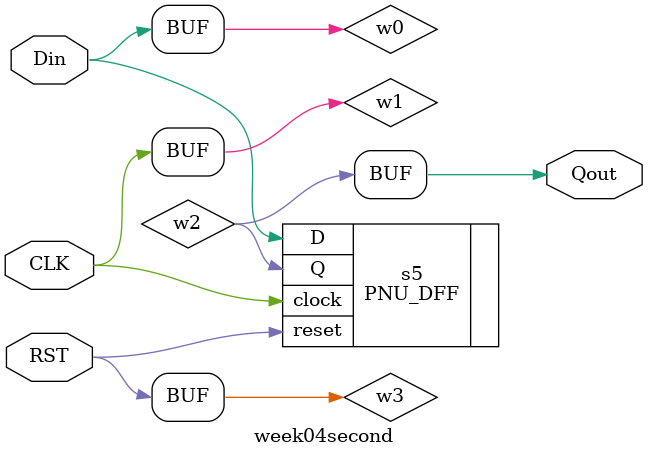
<source format=v>
module week04second(Din,CLK,Qout,RST);

input Din;
input CLK;
output Qout;
input RST;

wire  w0;
wire  w1;
wire  w2;
wire  w3;

assign w0 = Din;
assign w1 = CLK;
assign Qout = w2;
assign w3 = RST;

PNU_DFF
     s5 (
      .D(w0),
      .clock(w1),
      .Q(w2),
      .reset(w3));

endmodule


</source>
